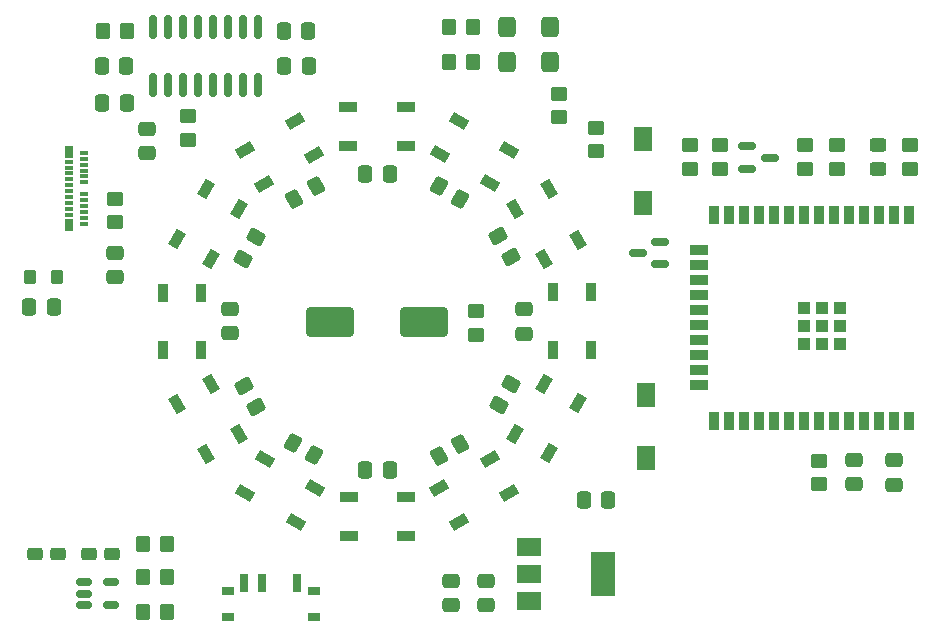
<source format=gbr>
%TF.GenerationSoftware,KiCad,Pcbnew,7.0.1*%
%TF.CreationDate,2023-03-19T17:11:43+00:00*%
%TF.ProjectId,ImogenWren,496d6f67-656e-4577-9265-6e2e6b696361,rev?*%
%TF.SameCoordinates,Original*%
%TF.FileFunction,Paste,Bot*%
%TF.FilePolarity,Positive*%
%FSLAX46Y46*%
G04 Gerber Fmt 4.6, Leading zero omitted, Abs format (unit mm)*
G04 Created by KiCad (PCBNEW 7.0.1) date 2023-03-19 17:11:43*
%MOMM*%
%LPD*%
G01*
G04 APERTURE LIST*
G04 Aperture macros list*
%AMRoundRect*
0 Rectangle with rounded corners*
0 $1 Rounding radius*
0 $2 $3 $4 $5 $6 $7 $8 $9 X,Y pos of 4 corners*
0 Add a 4 corners polygon primitive as box body*
4,1,4,$2,$3,$4,$5,$6,$7,$8,$9,$2,$3,0*
0 Add four circle primitives for the rounded corners*
1,1,$1+$1,$2,$3*
1,1,$1+$1,$4,$5*
1,1,$1+$1,$6,$7*
1,1,$1+$1,$8,$9*
0 Add four rect primitives between the rounded corners*
20,1,$1+$1,$2,$3,$4,$5,0*
20,1,$1+$1,$4,$5,$6,$7,0*
20,1,$1+$1,$6,$7,$8,$9,0*
20,1,$1+$1,$8,$9,$2,$3,0*%
%AMRotRect*
0 Rectangle, with rotation*
0 The origin of the aperture is its center*
0 $1 length*
0 $2 width*
0 $3 Rotation angle, in degrees counterclockwise*
0 Add horizontal line*
21,1,$1,$2,0,0,$3*%
G04 Aperture macros list end*
%ADD10R,0.900000X1.500000*%
%ADD11R,1.500000X0.900000*%
%ADD12R,1.050000X1.050000*%
%ADD13RoundRect,0.250000X-0.475000X0.337500X-0.475000X-0.337500X0.475000X-0.337500X0.475000X0.337500X0*%
%ADD14RoundRect,0.250000X0.400000X0.275000X-0.400000X0.275000X-0.400000X-0.275000X0.400000X-0.275000X0*%
%ADD15RoundRect,0.250000X-0.275000X-0.350000X0.275000X-0.350000X0.275000X0.350000X-0.275000X0.350000X0*%
%ADD16RoundRect,0.250000X-0.450000X0.325000X-0.450000X-0.325000X0.450000X-0.325000X0.450000X0.325000X0*%
%ADD17RoundRect,0.250000X-0.337500X-0.475000X0.337500X-0.475000X0.337500X0.475000X-0.337500X0.475000X0*%
%ADD18RoundRect,0.150000X0.150000X-0.825000X0.150000X0.825000X-0.150000X0.825000X-0.150000X-0.825000X0*%
%ADD19RotRect,1.500000X0.900000X150.000000*%
%ADD20RoundRect,0.250000X0.054784X0.580112X-0.529784X0.242612X-0.054784X-0.580112X0.529784X-0.242612X0*%
%ADD21RoundRect,0.250000X-0.350000X-0.450000X0.350000X-0.450000X0.350000X0.450000X-0.350000X0.450000X0*%
%ADD22RoundRect,0.250000X0.350000X0.450000X-0.350000X0.450000X-0.350000X-0.450000X0.350000X-0.450000X0*%
%ADD23RoundRect,0.250000X0.580112X-0.054784X0.242612X0.529784X-0.580112X0.054784X-0.242612X-0.529784X0*%
%ADD24RoundRect,0.284615X0.455385X0.565385X-0.455385X0.565385X-0.455385X-0.565385X0.455385X-0.565385X0*%
%ADD25RoundRect,0.286538X0.458462X0.563462X-0.458462X0.563462X-0.458462X-0.563462X0.458462X-0.563462X0*%
%ADD26RoundRect,0.250000X-0.450000X0.350000X-0.450000X-0.350000X0.450000X-0.350000X0.450000X0.350000X0*%
%ADD27RoundRect,0.250000X-0.580112X0.054784X-0.242612X-0.529784X0.580112X-0.054784X0.242612X0.529784X0*%
%ADD28RoundRect,0.250000X0.337500X0.475000X-0.337500X0.475000X-0.337500X-0.475000X0.337500X-0.475000X0*%
%ADD29RotRect,1.500000X0.900000X120.000000*%
%ADD30RotRect,1.500000X0.900000X60.000000*%
%ADD31R,0.700000X0.300000*%
%ADD32R,0.700000X1.000000*%
%ADD33RotRect,1.500000X0.900000X300.000000*%
%ADD34R,2.000000X1.500000*%
%ADD35R,2.000000X3.800000*%
%ADD36RoundRect,0.250000X0.529784X0.242612X-0.054784X0.580112X-0.529784X-0.242612X0.054784X-0.580112X0*%
%ADD37RoundRect,0.250000X0.450000X-0.350000X0.450000X0.350000X-0.450000X0.350000X-0.450000X-0.350000X0*%
%ADD38RoundRect,0.250000X-0.529784X-0.242612X0.054784X-0.580112X0.529784X0.242612X-0.054784X0.580112X0*%
%ADD39RoundRect,0.250000X-1.750000X-1.000000X1.750000X-1.000000X1.750000X1.000000X-1.750000X1.000000X0*%
%ADD40RoundRect,0.150000X-0.587500X-0.150000X0.587500X-0.150000X0.587500X0.150000X-0.587500X0.150000X0*%
%ADD41R,1.000000X0.800000*%
%ADD42R,0.700000X1.500000*%
%ADD43RotRect,1.500000X0.900000X210.000000*%
%ADD44RotRect,1.500000X0.900000X30.000000*%
%ADD45RotRect,1.500000X0.900000X330.000000*%
%ADD46RoundRect,0.250000X0.242612X-0.529784X0.580112X0.054784X-0.242612X0.529784X-0.580112X-0.054784X0*%
%ADD47R,1.600000X2.000000*%
%ADD48RoundRect,0.250000X-0.054784X-0.580112X0.529784X-0.242612X0.054784X0.580112X-0.529784X0.242612X0*%
%ADD49RotRect,1.500000X0.900000X240.000000*%
%ADD50RoundRect,0.150000X0.587500X0.150000X-0.587500X0.150000X-0.587500X-0.150000X0.587500X-0.150000X0*%
%ADD51RoundRect,0.250000X-0.242612X0.529784X-0.580112X-0.054784X0.242612X-0.529784X0.580112X0.054784X0*%
%ADD52RoundRect,0.250000X0.475000X-0.337500X0.475000X0.337500X-0.475000X0.337500X-0.475000X-0.337500X0*%
%ADD53RoundRect,0.150000X-0.512500X-0.150000X0.512500X-0.150000X0.512500X0.150000X-0.512500X0.150000X0*%
G04 APERTURE END LIST*
D10*
%TO.C,U3*%
X189335000Y-103150000D03*
X188065000Y-103150000D03*
X186795000Y-103150000D03*
X185525000Y-103150000D03*
X184255000Y-103150000D03*
X182985000Y-103150000D03*
X181715000Y-103150000D03*
X180445000Y-103150000D03*
X179175000Y-103150000D03*
X177905000Y-103150000D03*
X176635000Y-103150000D03*
X175365000Y-103150000D03*
X174095000Y-103150000D03*
X172825000Y-103150000D03*
D11*
X171575000Y-100110000D03*
X171575000Y-98840000D03*
X171575000Y-97570000D03*
X171575000Y-96300000D03*
X171575000Y-95030000D03*
X171575000Y-93760000D03*
X171575000Y-92490000D03*
X171575000Y-91220000D03*
X171575000Y-89950000D03*
X171575000Y-88680000D03*
D10*
X172825000Y-85650000D03*
X174095000Y-85650000D03*
X175365000Y-85650000D03*
X176635000Y-85650000D03*
X177905000Y-85650000D03*
X179175000Y-85650000D03*
X180445000Y-85650000D03*
X181715000Y-85650000D03*
X182985000Y-85650000D03*
X184255000Y-85650000D03*
X185525000Y-85650000D03*
X186795000Y-85650000D03*
X188065000Y-85650000D03*
X189335000Y-85650000D03*
D12*
X183520000Y-96605000D03*
X181995000Y-96605000D03*
X180470000Y-96605000D03*
X183520000Y-95080000D03*
X181995000Y-95080000D03*
X180470000Y-95080000D03*
X183520000Y-93555000D03*
X181995000Y-93555000D03*
X180470000Y-93555000D03*
%TD*%
D13*
%TO.C,C5*%
X188100000Y-106450000D03*
X188100000Y-108525000D03*
%TD*%
D11*
%TO.C,WLED4*%
X146749000Y-76541000D03*
X146749000Y-79841000D03*
X141849000Y-79841000D03*
X141849000Y-76541000D03*
%TD*%
D14*
%TO.C,C25*%
X121850000Y-114400000D03*
X119900000Y-114400000D03*
%TD*%
D15*
%TO.C,FB1*%
X114891432Y-90933900D03*
X117191432Y-90933900D03*
%TD*%
D16*
%TO.C,D1*%
X186700000Y-79730000D03*
X186700000Y-81780000D03*
%TD*%
D17*
%TO.C,C9*%
X121000000Y-73100000D03*
X123075000Y-73100000D03*
%TD*%
D18*
%TO.C,U4*%
X134210000Y-74700000D03*
X132940000Y-74700000D03*
X131670000Y-74700000D03*
X130400000Y-74700000D03*
X129130000Y-74700000D03*
X127860000Y-74700000D03*
X126590000Y-74700000D03*
X125320000Y-74700000D03*
X125320000Y-69750000D03*
X126590000Y-69750000D03*
X127860000Y-69750000D03*
X129130000Y-69750000D03*
X130400000Y-69750000D03*
X131670000Y-69750000D03*
X132940000Y-69750000D03*
X134210000Y-69750000D03*
%TD*%
D19*
%TO.C,WLED3*%
X155490496Y-80139840D03*
X153840496Y-82997724D03*
X149596972Y-80547724D03*
X151246972Y-77689840D03*
%TD*%
D20*
%TO.C,C17*%
X139093000Y-83270000D03*
X137295998Y-84307500D03*
%TD*%
D21*
%TO.C,R2*%
X124500000Y-113500000D03*
X126500000Y-113500000D03*
%TD*%
D17*
%TO.C,C22*%
X143284000Y-107273000D03*
X145359000Y-107273000D03*
%TD*%
D22*
%TO.C,R5*%
X123100000Y-70100000D03*
X121100000Y-70100000D03*
%TD*%
D23*
%TO.C,C14*%
X155603000Y-89239000D03*
X154565500Y-87441998D03*
%TD*%
D14*
%TO.C,C26*%
X117275000Y-114400000D03*
X115325000Y-114400000D03*
%TD*%
D24*
%TO.C,D2*%
X158985000Y-72700000D03*
D25*
X155300000Y-72700000D03*
%TD*%
D26*
%TO.C,R10*%
X170800000Y-79800000D03*
X170800000Y-81800000D03*
%TD*%
D27*
%TO.C,C20*%
X132997000Y-100161000D03*
X134034500Y-101958002D03*
%TD*%
D28*
%TO.C,C10*%
X116937500Y-93500000D03*
X114862500Y-93500000D03*
%TD*%
D29*
%TO.C,WLED2*%
X161291884Y-87768524D03*
X158434000Y-89418524D03*
X155984000Y-85175000D03*
X158841884Y-83525000D03*
%TD*%
D30*
%TO.C,WLED12*%
X158841884Y-105875000D03*
X155984000Y-104225000D03*
X158434000Y-99981476D03*
X161291884Y-101631476D03*
%TD*%
D28*
%TO.C,C3*%
X163875000Y-109800000D03*
X161800000Y-109800000D03*
%TD*%
D26*
%TO.C,R17*%
X181700000Y-106500000D03*
X181700000Y-108500000D03*
%TD*%
D13*
%TO.C,C2*%
X153500000Y-116645000D03*
X153500000Y-118720000D03*
%TD*%
D24*
%TO.C,D3*%
X158985000Y-69800000D03*
D25*
X155300000Y-69800000D03*
%TD*%
D31*
%TO.C,J8*%
X119510000Y-86420000D03*
X119510000Y-85920000D03*
X119510000Y-85420000D03*
X119510000Y-84920000D03*
X119510000Y-84420000D03*
X119510000Y-83920000D03*
X119510000Y-82920000D03*
X119510000Y-82420000D03*
X119510000Y-81920000D03*
X119510000Y-81420000D03*
X119510000Y-80920000D03*
X119510000Y-80420000D03*
D32*
X118210000Y-80320000D03*
D31*
X118210000Y-81170000D03*
X118210000Y-81670000D03*
X118210000Y-82170000D03*
X118210000Y-82670000D03*
X118210000Y-83170000D03*
X118210000Y-83670000D03*
X118210000Y-84170000D03*
X118210000Y-84670000D03*
X118210000Y-85170000D03*
X118210000Y-85670000D03*
D32*
X118210000Y-86520000D03*
%TD*%
D13*
%TO.C,C1*%
X150590000Y-116645000D03*
X150590000Y-118720000D03*
%TD*%
D17*
%TO.C,C8*%
X121025000Y-76200000D03*
X123100000Y-76200000D03*
%TD*%
D33*
%TO.C,WLED8*%
X127343745Y-101658238D03*
X130201629Y-100008238D03*
X132651629Y-104251762D03*
X129793745Y-105901762D03*
%TD*%
D26*
%TO.C,R12*%
X122100000Y-84300000D03*
X122100000Y-86300000D03*
%TD*%
D34*
%TO.C,U2*%
X157150000Y-118400000D03*
X157150000Y-116100000D03*
D35*
X163450000Y-116100000D03*
D34*
X157150000Y-113800000D03*
%TD*%
D13*
%TO.C,C19*%
X131854000Y-93641000D03*
X131854000Y-95716000D03*
%TD*%
D36*
%TO.C,C15*%
X151304002Y-84307500D03*
X149507000Y-83270000D03*
%TD*%
D13*
%TO.C,C4*%
X184700000Y-106400000D03*
X184700000Y-108475000D03*
%TD*%
D37*
%TO.C,R8*%
X180500000Y-81800000D03*
X180500000Y-79800000D03*
%TD*%
D38*
%TO.C,C21*%
X137168998Y-104965500D03*
X138966000Y-106003000D03*
%TD*%
D39*
%TO.C,EC1*%
X140310000Y-94720000D03*
X148310000Y-94720000D03*
%TD*%
D21*
%TO.C,R15*%
X150400000Y-69800000D03*
X152400000Y-69800000D03*
%TD*%
D40*
%TO.C,Q2*%
X175662500Y-81783000D03*
X175662500Y-79883000D03*
X177537500Y-80833000D03*
%TD*%
D41*
%TO.C,SW1*%
X138950000Y-119730000D03*
X138950000Y-117520000D03*
X131650000Y-119730000D03*
X131650000Y-117520000D03*
D42*
X137550000Y-116870000D03*
X134550000Y-116870000D03*
X133050000Y-116870000D03*
%TD*%
D26*
%TO.C,R13*%
X162800000Y-78300000D03*
X162800000Y-80300000D03*
%TD*%
D21*
%TO.C,R3*%
X124500000Y-119300000D03*
X126500000Y-119300000D03*
%TD*%
D43*
%TO.C,WLED5*%
X137347044Y-77734102D03*
X138997044Y-80591986D03*
X134753520Y-83041986D03*
X133103520Y-80184102D03*
%TD*%
D44*
%TO.C,WLED11*%
X151232476Y-111654884D03*
X149582476Y-108797000D03*
X153826000Y-106347000D03*
X155476000Y-109204884D03*
%TD*%
D10*
%TO.C,WLED7*%
X126139000Y-92250000D03*
X129439000Y-92250000D03*
X129439000Y-97150000D03*
X126139000Y-97150000D03*
%TD*%
D45*
%TO.C,WLED9*%
X133159830Y-109209865D03*
X134809830Y-106351981D03*
X139053354Y-108801981D03*
X137403354Y-111659865D03*
%TD*%
D21*
%TO.C,R16*%
X150400000Y-72700000D03*
X152400000Y-72700000D03*
%TD*%
D46*
%TO.C,C24*%
X154587000Y-101812000D03*
X155624500Y-100014998D03*
%TD*%
D47*
%TO.C,SW3*%
X167050000Y-106300000D03*
X167050000Y-100900000D03*
%TD*%
D48*
%TO.C,C23*%
X149507000Y-106130000D03*
X151304002Y-105092500D03*
%TD*%
D49*
%TO.C,WLED6*%
X129795116Y-83508991D03*
X132653000Y-85158991D03*
X130203000Y-89402515D03*
X127345116Y-87752515D03*
%TD*%
D21*
%TO.C,R1*%
X124500000Y-116300000D03*
X126500000Y-116300000D03*
%TD*%
D47*
%TO.C,SW2*%
X166800000Y-84650000D03*
X166800000Y-79250000D03*
%TD*%
D50*
%TO.C,Q1*%
X168245000Y-87950000D03*
X168245000Y-89850000D03*
X166370000Y-88900000D03*
%TD*%
D51*
%TO.C,C18*%
X134023750Y-87578499D03*
X132986250Y-89375501D03*
%TD*%
D37*
%TO.C,R6*%
X152710000Y-95820000D03*
X152710000Y-93820000D03*
%TD*%
D17*
%TO.C,C6*%
X136400000Y-70100000D03*
X138475000Y-70100000D03*
%TD*%
D52*
%TO.C,C13*%
X156746000Y-95737500D03*
X156746000Y-93662500D03*
%TD*%
D10*
%TO.C,WLED1*%
X162459000Y-97113000D03*
X159159000Y-97113000D03*
X159159000Y-92213000D03*
X162459000Y-92213000D03*
%TD*%
D17*
%TO.C,C7*%
X136450000Y-73050000D03*
X138525000Y-73050000D03*
%TD*%
D52*
%TO.C,C11*%
X124800000Y-80437500D03*
X124800000Y-78362500D03*
%TD*%
D26*
%TO.C,R7*%
X189400000Y-79756000D03*
X189400000Y-81756000D03*
%TD*%
D28*
%TO.C,C16*%
X145359000Y-82254000D03*
X143284000Y-82254000D03*
%TD*%
D52*
%TO.C,C12*%
X122100000Y-90937500D03*
X122100000Y-88862500D03*
%TD*%
D11*
%TO.C,WLED10*%
X141887000Y-112859000D03*
X141887000Y-109559000D03*
X146787000Y-109559000D03*
X146787000Y-112859000D03*
%TD*%
D26*
%TO.C,R11*%
X173350000Y-79800000D03*
X173350000Y-81800000D03*
%TD*%
%TO.C,R14*%
X159700000Y-75400000D03*
X159700000Y-77400000D03*
%TD*%
D53*
%TO.C,U1*%
X119525000Y-118700000D03*
X119525000Y-117750000D03*
X119525000Y-116800000D03*
X121800000Y-116800000D03*
X121800000Y-118700000D03*
%TD*%
D26*
%TO.C,R4*%
X128300000Y-77300000D03*
X128300000Y-79300000D03*
%TD*%
D37*
%TO.C,R9*%
X183261000Y-81788000D03*
X183261000Y-79788000D03*
%TD*%
M02*

</source>
